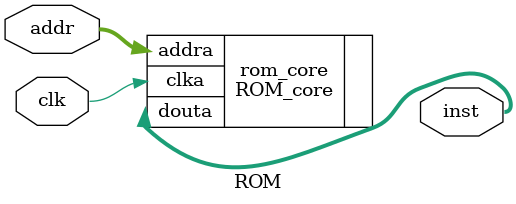
<source format=v>
`timescale 1ns/1ns
module ROM
    (
        input               clk,
	    input      [13:0]   addr,
	    output     [31:0]   inst
    );
	
        ROM_core rom_core(
                        .clka(clk),
                        .addra(addr),
                        .douta(inst)
                        );


endmodule
</source>
